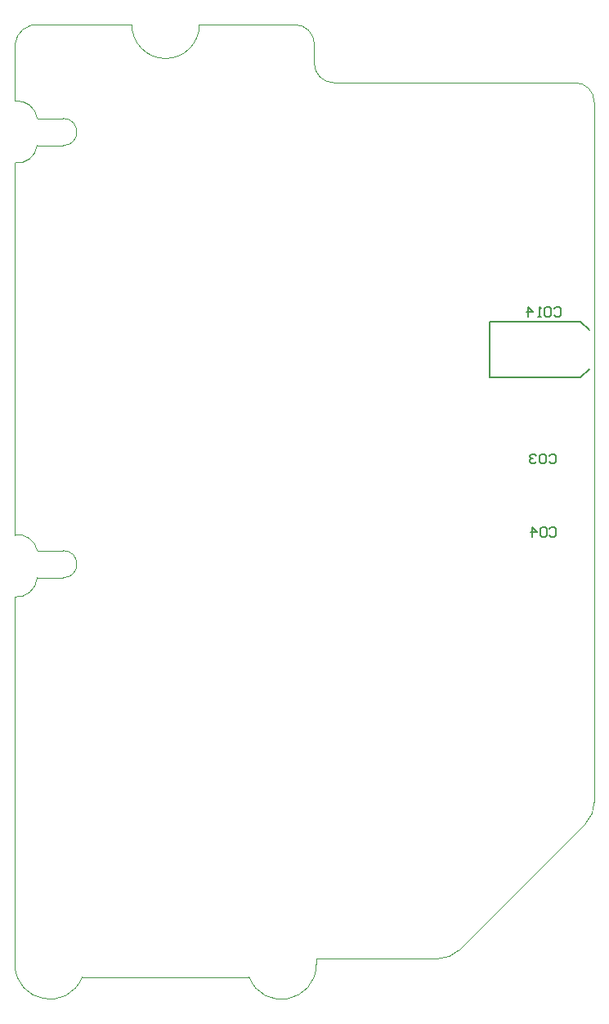
<source format=gbo>
G04 Layer_Color=32896*
%FSLAX44Y44*%
%MOMM*%
G71*
G01*
G75*
%ADD58C,0.2000*%
%ADD61C,0.1000*%
%ADD79C,0.1700*%
D58*
X595000Y652000D02*
X595000D01*
X586000Y643000D02*
X595000Y652000D01*
X492000Y643000D02*
X586000D01*
X492000D02*
Y701000D01*
X586000D01*
X595000Y692000D01*
D61*
X310000Y968000D02*
G03*
X330000Y948000I20000J0D01*
G01*
X310000Y988000D02*
G03*
X290000Y1008000I-20000J0D01*
G01*
X25000Y1007999D02*
G03*
X0Y988000I-2500J-22499D01*
G01*
X23000Y911000D02*
G03*
X-0Y929000I-20500J-2500D01*
G01*
Y865000D02*
G03*
X23000Y883000I2500J20500D01*
G01*
X23000Y464000D02*
G03*
X-0Y480000I-19500J-3500D01*
G01*
X0Y416000D02*
G03*
X23000Y436000I1500J21500D01*
G01*
X121000Y1008000D02*
G03*
X156000Y973000I35000J0D01*
G01*
D02*
G03*
X191000Y1008000I0J35000D01*
G01*
X-1Y36000D02*
G03*
X69600Y23000I36035J109D01*
G01*
X242399Y22999D02*
G03*
X312000Y36000I33587J12998D01*
G01*
X591213Y182213D02*
G03*
X600000Y203426I-21213J21213D01*
G01*
X438574Y42000D02*
G03*
X459787Y50787I0J30000D01*
G01*
X600000Y928000D02*
G03*
X580000Y948000I-20000J0D01*
G01*
X50000Y883000D02*
G03*
X50000Y911000I0J14000D01*
G01*
Y436000D02*
G03*
X50000Y464000I0J14000D01*
G01*
X310000Y968000D02*
Y988000D01*
X191000Y1008000D02*
X290000D01*
X0Y929000D02*
Y988000D01*
X25000Y1008000D02*
X121000D01*
X23000Y911000D02*
X50000D01*
X23000Y883000D02*
X50000D01*
X0Y480000D02*
Y865000D01*
X23000Y436000D02*
X50000D01*
X23000Y464000D02*
X50000D01*
X69600Y23000D02*
X242400D01*
X0Y36000D02*
Y416000D01*
X312000Y36000D02*
Y42000D01*
X600000Y203426D02*
Y928000D01*
X459787Y50787D02*
X591213Y182213D01*
X330000Y948000D02*
X580000D01*
X312000Y42000D02*
X438574D01*
D79*
X553835Y486331D02*
X555502Y487997D01*
X558834D01*
X560500Y486331D01*
Y479666D01*
X558834Y478000D01*
X555502D01*
X553835Y479666D01*
X545505Y487997D02*
X548837D01*
X550503Y486331D01*
Y479666D01*
X548837Y478000D01*
X545505D01*
X543839Y479666D01*
Y486331D01*
X545505Y487997D01*
X535508Y478000D02*
Y487997D01*
X540506Y482998D01*
X533842D01*
X553335Y562331D02*
X555002Y563997D01*
X558334D01*
X560000Y562331D01*
Y555666D01*
X558334Y554000D01*
X555002D01*
X553335Y555666D01*
X545005Y563997D02*
X548337D01*
X550003Y562331D01*
Y555666D01*
X548337Y554000D01*
X545005D01*
X543339Y555666D01*
Y562331D01*
X545005Y563997D01*
X540006Y562331D02*
X538340Y563997D01*
X535008D01*
X533342Y562331D01*
Y560664D01*
X535008Y558998D01*
X536674D01*
X535008D01*
X533342Y557332D01*
Y555666D01*
X535008Y554000D01*
X538340D01*
X540006Y555666D01*
X558335Y714331D02*
X560002Y715997D01*
X563334D01*
X565000Y714331D01*
Y707666D01*
X563334Y706000D01*
X560002D01*
X558335Y707666D01*
X550005Y715997D02*
X553337D01*
X555003Y714331D01*
Y707666D01*
X553337Y706000D01*
X550005D01*
X548339Y707666D01*
Y714331D01*
X550005Y715997D01*
X545006Y706000D02*
X541674D01*
X543340D01*
Y715997D01*
X545006Y714331D01*
X531677Y706000D02*
Y715997D01*
X536676Y710998D01*
X530011D01*
M02*

</source>
